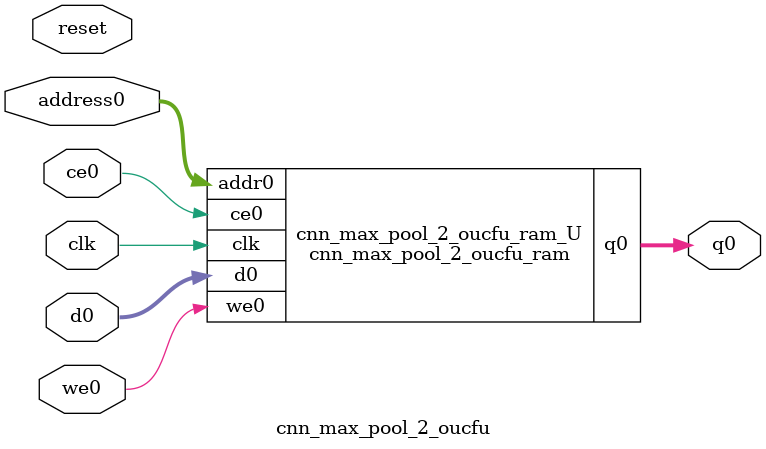
<source format=v>
`timescale 1 ns / 1 ps
module cnn_max_pool_2_oucfu_ram (addr0, ce0, d0, we0, q0,  clk);

parameter DWIDTH = 14;
parameter AWIDTH = 9;
parameter MEM_SIZE = 400;

input[AWIDTH-1:0] addr0;
input ce0;
input[DWIDTH-1:0] d0;
input we0;
output reg[DWIDTH-1:0] q0;
input clk;

(* ram_style = "block" *)reg [DWIDTH-1:0] ram[0:MEM_SIZE-1];




always @(posedge clk)  
begin 
    if (ce0) 
    begin
        if (we0) 
        begin 
            ram[addr0] <= d0; 
        end 
        q0 <= ram[addr0];
    end
end


endmodule

`timescale 1 ns / 1 ps
module cnn_max_pool_2_oucfu(
    reset,
    clk,
    address0,
    ce0,
    we0,
    d0,
    q0);

parameter DataWidth = 32'd14;
parameter AddressRange = 32'd400;
parameter AddressWidth = 32'd9;
input reset;
input clk;
input[AddressWidth - 1:0] address0;
input ce0;
input we0;
input[DataWidth - 1:0] d0;
output[DataWidth - 1:0] q0;



cnn_max_pool_2_oucfu_ram cnn_max_pool_2_oucfu_ram_U(
    .clk( clk ),
    .addr0( address0 ),
    .ce0( ce0 ),
    .we0( we0 ),
    .d0( d0 ),
    .q0( q0 ));

endmodule


</source>
